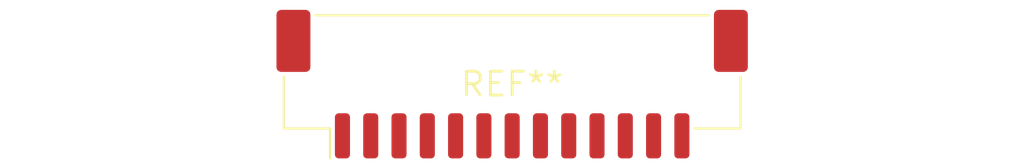
<source format=kicad_pcb>
(kicad_pcb (version 20240108) (generator pcbnew)
  (layers (0 "F.Cu" signal) (31 "B.Cu" signal) (34 "B.Paste" user) (35 "F.Paste" user) (36 "B.SilkS" user "B.Silkscreen") (37 "F.SilkS" user "F.Silkscreen") (38 "B.Mask" user) (39 "F.Mask" user) (44 "Edge.Cuts" user))
  (net 0 "")
  (footprint "JST_ZE_BM13B-ZESS-TBT_1x13-1MP_P1.50mm_Vertical" (layer "F.Cu") (at 0 0)
    (property "Reference" "REF**")
    (property "Value" "JST_ZE_BM13B-ZESS-TBT_1x13-1MP_P1.50mm_Vertical")
    (fp_line (start -12.11 -0.39) (end -12.11 2.36) (layer "F.SilkS") (stroke (width 0.12)))
    (fp_line (start -12.11 2.36) (end -9.66 2.36) (layer "F.SilkS") (stroke (width 0.12)))
    (fp_line (start -10.44 -3.66) (end 10.44 -3.66) (layer "F.SilkS") (stroke (width 0.12)))
    (fp_line (start -9.66 2.36) (end -9.66 3.95) (layer "F.SilkS") (stroke (width 0.12)))
    (fp_line (start 12.11 -0.39) (end 12.11 2.36) (layer "F.SilkS") (stroke (width 0.12)))
    (fp_line (start 12.11 2.36) (end 9.66 2.36) (layer "F.SilkS") (stroke (width 0.12)))
    (pad "1" smd roundrect (at -9 2.75) (size 0.8 2.4) (layers "F.Cu" "F.Paste" "F.Mask"))
    (pad "2" smd roundrect (at -7.5 2.75) (size 0.8 2.4) (layers "F.Cu" "F.Paste" "F.Mask"))
    (pad "3" smd roundrect (at -6 2.75) (size 0.8 2.4) (layers "F.Cu" "F.Paste" "F.Mask"))
    (pad "4" smd roundrect (at -4.5 2.75) (size 0.8 2.4) (layers "F.Cu" "F.Paste" "F.Mask"))
    (pad "5" smd roundrect (at -3 2.75) (size 0.8 2.4) (layers "F.Cu" "F.Paste" "F.Mask"))
    (pad "6" smd roundrect (at -1.5 2.75) (size 0.8 2.4) (layers "F.Cu" "F.Paste" "F.Mask"))
    (pad "7" smd roundrect (at 0 2.75) (size 0.8 2.4) (layers "F.Cu" "F.Paste" "F.Mask"))
    (pad "8" smd roundrect (at 1.5 2.75) (size 0.8 2.4) (layers "F.Cu" "F.Paste" "F.Mask"))
    (pad "9" smd roundrect (at 3 2.75) (size 0.8 2.4) (layers "F.Cu" "F.Paste" "F.Mask"))
    (pad "10" smd roundrect (at 4.5 2.75) (size 0.8 2.4) (layers "F.Cu" "F.Paste" "F.Mask"))
    (pad "11" smd roundrect (at 6 2.75) (size 0.8 2.4) (layers "F.Cu" "F.Paste" "F.Mask"))
    (pad "12" smd roundrect (at 7.5 2.75) (size 0.8 2.4) (layers "F.Cu" "F.Paste" "F.Mask"))
    (pad "13" smd roundrect (at 9 2.75) (size 0.8 2.4) (layers "F.Cu" "F.Paste" "F.Mask"))
    (pad "MP" smd roundrect (at -11.6 -2.3) (size 1.8 3.3) (layers "F.Cu" "F.Paste" "F.Mask") (roundrect_rratio 0.138889))
    (pad "MP" smd roundrect (at 11.6 -2.3) (size 1.8 3.3) (layers "F.Cu" "F.Paste" "F.Mask") (roundrect_rratio 0.138889))
  )
)
</source>
